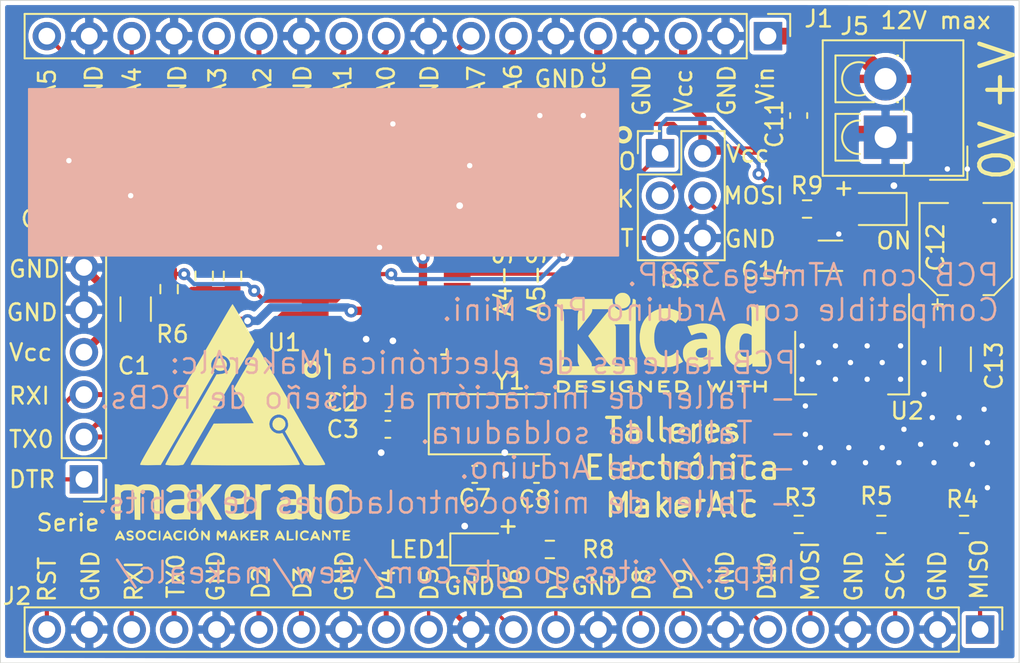
<source format=kicad_pcb>
(kicad_pcb (version 20171130) (host pcbnew "(5.1.7)-1")
  (title_block (title "Taller PCBs de MakerAlc.") (date "Octubre 2020") (rev R1.0) (company MakerAlc) (comment 1 JMN) (comment 2 "PCB compatible con Arduino para el taller de iniciación a los PCBs de MakerAlc."))
  (layers (0 F.Cu signal) (31 B.Cu signal) (34 B.Paste user) (35 F.Paste user) (36 B.SilkS user) (37 F.SilkS user) (38 B.Mask user) (39 F.Mask user) (44 Edge.Cuts user))
  (net 0 "")
  (net 1 GND)
  (net 2 VCC)
  (net 3 AVcc)
  (net 4 "Net-(C6-Pad2)")
  (net 5 "Net-(C7-Pad2)")
  (net 6 "Net-(C8-Pad2)")
  (net 7 DTR)
  (net 8 RST)
  (net 9 Vin)
  (net 10 A4)
  (net 11 A5)
  (net 12 A0)
  (net 13 A1)
  (net 14 A2)
  (net 15 A3)
  (net 16 A6)
  (net 17 A7)
  (net 18 SPI_SCK)
  (net 19 SPI_MISO)
  (net 20 SPI_MOSI)
  (net 21 D10)
  (net 22 D9)
  (net 23 D8)
  (net 24 D7)
  (net 25 D6)
  (net 26 D5)
  (net 27 D4)
  (net 28 D3)
  (net 29 D2)
  (net 30 TX0)
  (net 31 RXI)
  (net 32 MISO)
  (net 33 "Net-(R7-Pad1)")
  (net 34 SCK)
  (net 35 MOSI)
  (net 36 "Net-(LED1-Pad2)")
  (net 37 "Net-(Power1-Pad2)")
  (module Symbol:KiCad-Logo2_5mm_SilkScreen (layer F.Cu) (at 136.6 104.8)
    (fp_text reference REF** hide)
    (fp_text value KiCad-Logo2_5mm_SilkScreen hide)
  )
  (module logo:makeralc_20.3_20.3_mm (layer F.Cu) (at 110.9 110.6)
    (fp_text reference "" hide)
    (fp_text value "" hide)
  )
  (module Capacitor_SMD:C_1206_3216Metric_Pad1.33x1.80mm_HandSolder (layer F.Cu) (at 105.1 102.8 90)
    (fp_text reference C1 (at -3.4 -0.1 180) (layer F.SilkS))
    (fp_text value "10 uF")
    (pad 2 smd roundrect (at 1.5625 0 90) (size 1.325 1.8) (layers F.Cu F.Paste F.Mask) (roundrect_rratio 0.1886784905660377) (net 1 GND))
    (pad 1 smd roundrect (at -1.5625 0 90) (size 1.325 1.8) (layers F.Cu F.Paste F.Mask) (roundrect_rratio 0.1886784905660377) (net 2 VCC))
  )
  (module Capacitor_SMD:C_0603_1608Metric_Pad1.08x0.95mm_HandSolder (layer F.Cu) (at 120.2 108.4 180)
    (fp_text reference C2 (at 2.7 0) (layer F.SilkS))
    (fp_text value "100 nF")
    (pad 1 smd roundrect (at -0.8625 0 180) (size 1.075 0.95) (layers F.Cu F.Paste F.Mask) (net 2 VCC))
    (pad 2 smd roundrect (at 0.8625 0 180) (size 1.075 0.95) (layers F.Cu F.Paste F.Mask) (net 1 GND))
  )
  (module Capacitor_SMD:C_0603_1608Metric_Pad1.08x0.95mm_HandSolder (layer F.Cu) (at 120.2 110 180)
    (fp_text reference C3 (at 2.7 0) (layer F.SilkS))
    (fp_text value "100 nF")
    (pad 2 smd roundrect (at 0.8625 0 180) (size 1.075 0.95) (layers F.Cu F.Paste F.Mask) (net 1 GND))
    (pad 1 smd roundrect (at -0.8625 0 180) (size 1.075 0.95) (layers F.Cu F.Paste F.Mask) (net 2 VCC))
  )
  (module Capacitor_SMD:C_0603_1608Metric_Pad1.08x0.95mm_HandSolder (layer F.Cu) (at 124.6 95.3)
    (fp_text reference C4 (at 2.8 0.1) (layer F.SilkS))
    (fp_text value "100 nF")
    (pad 1 smd roundrect (at -0.8625 0) (size 1.075 0.95) (layers F.Cu F.Paste F.Mask) (net 3 AVcc))
    (pad 2 smd roundrect (at 0.8625 0) (size 1.075 0.95) (layers F.Cu F.Paste F.Mask) (net 1 GND))
  )
  (module Capacitor_SMD:C_1206_3216Metric_Pad1.33x1.80mm_HandSolder (layer F.Cu) (at 128.95 91.2)
    (fp_text reference C5 (at 0.15 1.9) (layer F.SilkS))
    (fp_text value "10 uF")
    (pad 1 smd roundrect (at -1.5625 0) (size 1.325 1.8) (layers F.Cu F.Paste F.Mask) (roundrect_rratio 0.1886784905660377) (net 3 AVcc))
    (pad 2 smd roundrect (at 1.5625 0) (size 1.325 1.8) (layers F.Cu F.Paste F.Mask) (roundrect_rratio 0.1886784905660377) (net 1 GND))
  )
  (module Capacitor_SMD:C_0603_1608Metric_Pad1.08x0.95mm_HandSolder (layer F.Cu) (at 120.5 93.6 270)
    (fp_text reference C6 (at -0.1 1.6 180) (layer F.SilkS))
    (fp_text value "100 nF")
    (pad 2 smd roundrect (at 0.8625 0 270) (size 1.075 0.95) (layers F.Cu F.Paste F.Mask) (net 4 "Net-(C6-Pad2)"))
    (pad 1 smd roundrect (at -0.8625 0 270) (size 1.075 0.95) (layers F.Cu F.Paste F.Mask) (net 1 GND))
  )
  (module Capacitor_SMD:C_0603_1608Metric_Pad1.08x0.95mm_HandSolder (layer F.Cu) (at 125.4 112.7 180)
    (fp_text reference C7 (at 0 -1.43) (layer F.SilkS))
    (fp_text value "16 pF")
    (pad 1 smd roundrect (at -0.8625 0 180) (size 1.075 0.95) (layers F.Cu F.Paste F.Mask) (net 1 GND))
    (pad 2 smd roundrect (at 0.8625 0 180) (size 1.075 0.95) (layers F.Cu F.Paste F.Mask) (net 5 "Net-(C7-Pad2)"))
  )
  (module Capacitor_SMD:C_0603_1608Metric_Pad1.08x0.95mm_HandSolder (layer F.Cu) (at 129.1 112.7)
    (fp_text reference C8 (at -0.1 1.5) (layer F.SilkS))
    (fp_text value "16 pF")
    (pad 2 smd roundrect (at 0.8625 0) (size 1.075 0.95) (layers F.Cu F.Paste F.Mask) (net 6 "Net-(C8-Pad2)"))
    (pad 1 smd roundrect (at -0.8625 0) (size 1.075 0.95) (layers F.Cu F.Paste F.Mask) (net 1 GND))
  )
  (module Capacitor_SMD:C_0603_1608Metric_Pad1.08x0.95mm_HandSolder (layer F.Cu) (at 102 97.3)
    (fp_text reference C9 (at -2.8 0.1) (layer F.SilkS))
    (fp_text value "100 nF")
    (pad 1 smd roundrect (at -0.8625 0) (size 1.075 0.95) (layers F.Cu F.Paste F.Mask) (net 7 DTR))
    (pad 2 smd roundrect (at 0.8625 0) (size 1.075 0.95) (layers F.Cu F.Paste F.Mask) (net 8 RST))
  )
  (module Capacitor_SMD:C_0603_1608Metric_Pad1.08x0.95mm_HandSolder (layer F.Cu) (at 104.8 98.1 270)
    (fp_text reference C10 (at -0.1 -1.4 270) (layer F.SilkS))
    (fp_text value "10 nF")
    (pad 2 smd roundrect (at 0.8625 0 270) (size 1.075 0.95) (layers F.Cu F.Paste F.Mask) (net 8 RST))
    (pad 1 smd roundrect (at -0.8625 0 270) (size 1.075 0.95) (layers F.Cu F.Paste F.Mask) (net 1 GND))
  )
  (module Capacitor_SMD:C_0603_1608Metric_Pad1.08x0.95mm_HandSolder (layer F.Cu) (at 144.8 91.2 270)
    (fp_text reference C11 (at 0.5 1.45 270) (layer F.SilkS))
    (fp_text value "100 nF")
    (pad 1 smd roundrect (at -0.8625 0 270) (size 1.075 0.95) (layers F.Cu F.Paste F.Mask) (net 9 Vin))
    (pad 2 smd roundrect (at 0.8625 0 270) (size 1.075 0.95) (layers F.Cu F.Paste F.Mask) (net 1 GND))
  )
  (module Capacitor_SMD:CP_Elec_5x5.4 (layer F.Cu) (at 154.8 99.2 90)
    (fp_text reference C12 (at 0.1 -1.8 90) (layer F.SilkS))
    (fp_text value DNP)
    (pad 1 smd roundrect (at -2.2 0 90) (size 3 1.6) (layers F.Cu F.Paste F.Mask) (roundrect_rratio 0.15625) (net 9 Vin))
    (pad 2 smd roundrect (at 2.2 0 90) (size 3 1.6) (layers F.Cu F.Paste F.Mask) (roundrect_rratio 0.15625) (net 1 GND))
  )
  (module Capacitor_SMD:C_1206_3216Metric_Pad1.33x1.80mm_HandSolder (layer F.Cu) (at 154.2 105.8 270)
    (fp_text reference C13 (at 0.4 -2.3 90) (layer F.SilkS))
    (fp_text value "10 uF")
    (pad 2 smd roundrect (at 1.5625 0 270) (size 1.325 1.8) (layers F.Cu F.Paste F.Mask) (roundrect_rratio 0.1886784905660377) (net 1 GND))
    (pad 1 smd roundrect (at -1.5625 0 270) (size 1.325 1.8) (layers F.Cu F.Paste F.Mask) (roundrect_rratio 0.1886784905660377) (net 9 Vin))
  )
  (module Capacitor_SMD:C_1206_3216Metric_Pad1.33x1.80mm_HandSolder (layer F.Cu) (at 146.7 99.6)
    (fp_text reference C14 (at -3.9 0.9 180) (layer F.SilkS))
    (fp_text value "10 uF")
    (pad 1 smd roundrect (at -1.5625 0) (size 1.325 1.8) (layers F.Cu F.Paste F.Mask) (roundrect_rratio 0.1886784905660377) (net 2 VCC))
    (pad 2 smd roundrect (at 1.5625 0) (size 1.325 1.8) (layers F.Cu F.Paste F.Mask) (roundrect_rratio 0.1886784905660377) (net 1 GND))
  )
  (module LED_SMD:LED_0805_2012Metric_Pad1.15x1.40mm_HandSolder (layer F.Cu) (at 125.8 117.2)
    (fp_text reference LED1 (at -3.7 0) (layer F.SilkS))
    (fp_text value LED)
    (pad 2 smd roundrect (at 1.025 0) (size 1.15 1.4) (layers F.Cu F.Paste F.Mask) (roundrect_rratio 0.2173904347826087) (net 36 "Net-(LED1-Pad2)"))
    (pad 1 smd roundrect (at -1.025 0) (size 1.15 1.4) (layers F.Cu F.Paste F.Mask) (roundrect_rratio 0.2173904347826087) (net 1 GND))
  )
  (module LED_SMD:LED_0805_2012Metric_Pad1.15x1.40mm_HandSolder (layer F.Cu) (at 149.4 96.8 180)
    (fp_text reference ON (at -1.1 -1.9) (layer F.SilkS))
    (fp_text value LED)
    (pad 1 smd roundrect (at -1.025 0 180) (size 1.15 1.4) (layers F.Cu F.Paste F.Mask) (roundrect_rratio 0.2173904347826087) (net 1 GND))
    (pad 2 smd roundrect (at 1.025 0 180) (size 1.15 1.4) (layers F.Cu F.Paste F.Mask) (roundrect_rratio 0.2173904347826087) (net 37 "Net-(Power1-Pad2)"))
  )
  (module Resistor_SMD:R_0603_1608Metric_Pad0.98x0.95mm_HandSolder (layer F.Cu) (at 124.6 92.8 180)
    (fp_text reference FB1 (at 2.3 0 270) (layer F.SilkS))
    (fp_text value Ferrite_Bead_Small)
    (pad 1 smd roundrect (at -0.9125 0 180) (size 0.975 0.95) (layers F.Cu F.Paste F.Mask) (net 2 VCC))
    (pad 2 smd roundrect (at 0.9125 0 180) (size 0.975 0.95) (layers F.Cu F.Paste F.Mask) (net 3 AVcc))
  )
  (module Connector_PinHeader_2.54mm:PinHeader_1x18_P2.54mm_Vertical (layer F.Cu) (at 142.96 86.44 270)
    (fp_text reference J1 (at -1.04 -3.04 180) (layer F.SilkS))
    (fp_text value Conn_01x18)
    (pad 1 thru_hole rect (at 0 0 270) (size 1.7 1.7) (drill 1) (layers *.Cu *.Mask) (net 9 Vin))
    (pad 2 thru_hole oval (at 0 2.54 270) (size 1.7 1.7) (drill 1) (layers *.Cu *.Mask) (net 1 GND))
    (pad 3 thru_hole oval (at 0 5.08 270) (size 1.7 1.7) (drill 1) (layers *.Cu *.Mask) (net 2 VCC))
    (pad 4 thru_hole oval (at 0 7.62 270) (size 1.7 1.7) (drill 1) (layers *.Cu *.Mask) (net 1 GND))
    (pad 5 thru_hole oval (at 0 10.16 270) (size 1.7 1.7) (drill 1) (layers *.Cu *.Mask) (net 3 AVcc))
    (pad 6 thru_hole oval (at 0 12.7 270) (size 1.7 1.7) (drill 1) (layers *.Cu *.Mask) (net 1 GND))
    (pad 7 thru_hole oval (at 0 15.24 270) (size 1.7 1.7) (drill 1) (layers *.Cu *.Mask) (net 16 A6))
    (pad 8 thru_hole oval (at 0 17.78 270) (size 1.7 1.7) (drill 1) (layers *.Cu *.Mask) (net 17 A7))
    (pad 9 thru_hole oval (at 0 20.32 270) (size 1.7 1.7) (drill 1) (layers *.Cu *.Mask) (net 1 GND))
    (pad 10 thru_hole oval (at 0 22.86 270) (size 1.7 1.7) (drill 1) (layers *.Cu *.Mask) (net 12 A0))
    (pad 11 thru_hole oval (at 0 25.4 270) (size 1.7 1.7) (drill 1) (layers *.Cu *.Mask) (net 13 A1))
    (pad 12 thru_hole oval (at 0 27.94 270) (size 1.7 1.7) (drill 1) (layers *.Cu *.Mask) (net 1 GND))
    (pad 13 thru_hole oval (at 0 30.48 270) (size 1.7 1.7) (drill 1) (layers *.Cu *.Mask) (net 14 A2))
    (pad 14 thru_hole oval (at 0 33.02 270) (size 1.7 1.7) (drill 1) (layers *.Cu *.Mask) (net 15 A3))
    (pad 15 thru_hole oval (at 0 35.56 270) (size 1.7 1.7) (drill 1) (layers *.Cu *.Mask) (net 1 GND))
    (pad 16 thru_hole oval (at 0 38.1 270) (size 1.7 1.7) (drill 1) (layers *.Cu *.Mask) (net 10 A4))
    (pad 17 thru_hole oval (at 0 40.64 270) (size 1.7 1.7) (drill 1) (layers *.Cu *.Mask) (net 1 GND))
    (pad 18 thru_hole oval (at 0 43.18 270) (size 1.7 1.7) (drill 1) (layers *.Cu *.Mask) (net 11 A5))
  )
  (module Connector_PinHeader_2.54mm:PinHeader_1x23_P2.54mm_Vertical (layer F.Cu) (at 155.66 122 270)
    (fp_text reference J2 (at -2 57.66) (layer F.SilkS))
    (fp_text value Conn_01x23)
    (pad 1 thru_hole rect (at 0 0 270) (size 1.7 1.7) (drill 1) (layers *.Cu *.Mask) (net 19 SPI_MISO))
    (pad 2 thru_hole oval (at 0 2.54 270) (size 1.7 1.7) (drill 1) (layers *.Cu *.Mask) (net 1 GND))
    (pad 3 thru_hole oval (at 0 5.08 270) (size 1.7 1.7) (drill 1) (layers *.Cu *.Mask) (net 18 SPI_SCK))
    (pad 4 thru_hole oval (at 0 7.62 270) (size 1.7 1.7) (drill 1) (layers *.Cu *.Mask) (net 1 GND))
    (pad 5 thru_hole oval (at 0 10.16 270) (size 1.7 1.7) (drill 1) (layers *.Cu *.Mask) (net 20 SPI_MOSI))
    (pad 6 thru_hole oval (at 0 12.7 270) (size 1.7 1.7) (drill 1) (layers *.Cu *.Mask) (net 21 D10))
    (pad 7 thru_hole oval (at 0 15.24 270) (size 1.7 1.7) (drill 1) (layers *.Cu *.Mask) (net 1 GND))
    (pad 8 thru_hole oval (at 0 17.78 270) (size 1.7 1.7) (drill 1) (layers *.Cu *.Mask) (net 22 D9))
    (pad 9 thru_hole oval (at 0 20.32 270) (size 1.7 1.7) (drill 1) (layers *.Cu *.Mask) (net 23 D8))
    (pad 10 thru_hole oval (at 0 22.86 270) (size 1.7 1.7) (drill 1) (layers *.Cu *.Mask) (net 1 GND))
    (pad 11 thru_hole oval (at 0 25.4 270) (size 1.7 1.7) (drill 1) (layers *.Cu *.Mask) (net 24 D7))
    (pad 12 thru_hole oval (at 0 27.94 270) (size 1.7 1.7) (drill 1) (layers *.Cu *.Mask) (net 25 D6))
    (pad 13 thru_hole oval (at 0 30.48 270) (size 1.7 1.7) (drill 1) (layers *.Cu *.Mask) (net 1 GND))
    (pad 14 thru_hole oval (at 0 33.02 270) (size 1.7 1.7) (drill 1) (layers *.Cu *.Mask) (net 26 D5))
    (pad 15 thru_hole oval (at 0 35.56 270) (size 1.7 1.7) (drill 1) (layers *.Cu *.Mask) (net 27 D4))
    (pad 16 thru_hole oval (at 0 38.1 270) (size 1.7 1.7) (drill 1) (layers *.Cu *.Mask) (net 1 GND))
    (pad 17 thru_hole oval (at 0 40.64 270) (size 1.7 1.7) (drill 1) (layers *.Cu *.Mask) (net 28 D3))
    (pad 18 thru_hole oval (at 0 43.18 270) (size 1.7 1.7) (drill 1) (layers *.Cu *.Mask) (net 29 D2))
    (pad 19 thru_hole oval (at 0 45.72 270) (size 1.7 1.7) (drill 1) (layers *.Cu *.Mask) (net 1 GND))
    (pad 20 thru_hole oval (at 0 48.26 270) (size 1.7 1.7) (drill 1) (layers *.Cu *.Mask) (net 30 TX0))
    (pad 21 thru_hole oval (at 0 50.8 270) (size 1.7 1.7) (drill 1) (layers *.Cu *.Mask) (net 31 RXI))
    (pad 22 thru_hole oval (at 0 53.34 270) (size 1.7 1.7) (drill 1) (layers *.Cu *.Mask) (net 1 GND))
    (pad 23 thru_hole oval (at 0 55.88 270) (size 1.7 1.7) (drill 1) (layers *.Cu *.Mask) (net 8 RST))
  )
  (module Connector_PinHeader_2.54mm:PinHeader_2x03_P2.54mm_Vertical (layer F.Cu) (at 136.5 93.46)
    (fp_text reference ISP (at 1.2 7.54) (layer F.SilkS))
    (fp_text value AVR-ISP-6)
    (pad 1 thru_hole rect (at 0 0) (size 1.7 1.7) (drill 1) (layers *.Cu *.Mask) (net 32 MISO))
    (pad 2 thru_hole oval (at 2.54 0) (size 1.7 1.7) (drill 1) (layers *.Cu *.Mask) (net 2 VCC))
    (pad 3 thru_hole oval (at 0 2.54) (size 1.7 1.7) (drill 1) (layers *.Cu *.Mask) (net 34 SCK))
    (pad 4 thru_hole oval (at 2.54 2.54) (size 1.7 1.7) (drill 1) (layers *.Cu *.Mask) (net 35 MOSI))
    (pad 5 thru_hole oval (at 0 5.08) (size 1.7 1.7) (drill 1) (layers *.Cu *.Mask) (net 8 RST))
    (pad 6 thru_hole oval (at 2.54 5.08) (size 1.7 1.7) (drill 1) (layers *.Cu *.Mask) (net 1 GND))
  )
  (module Connector_PinHeader_2.54mm:PinHeader_1x06_P2.54mm_Vertical (layer F.Cu) (at 102 113 180)
    (fp_text reference Serie (at 0.95 -2.6) (layer F.SilkS))
    (fp_text value "FTDI Basic")
    (pad 1 thru_hole rect (at 0 0 180) (size 1.7 1.7) (drill 1) (layers *.Cu *.Mask) (net 7 DTR))
    (pad 2 thru_hole oval (at 0 2.54 180) (size 1.7 1.7) (drill 1) (layers *.Cu *.Mask) (net 30 TX0))
    (pad 3 thru_hole oval (at 0 5.08 180) (size 1.7 1.7) (drill 1) (layers *.Cu *.Mask) (net 31 RXI))
    (pad 4 thru_hole oval (at 0 7.62 180) (size 1.7 1.7) (drill 1) (layers *.Cu *.Mask) (net 2 VCC))
    (pad 5 thru_hole oval (at 0 10.16 180) (size 1.7 1.7) (drill 1) (layers *.Cu *.Mask) (net 1 GND))
    (pad 6 thru_hole oval (at 0 12.7 180) (size 1.7 1.7) (drill 1) (layers *.Cu *.Mask) (net 1 GND))
  )
  (module TerminalBlock_4Ucon:TerminalBlock_4Ucon_1x02_P3.50mm_Vertical (layer F.Cu) (at 150 92.5 90)
    (fp_text reference J5 (at 6.65 -1.85 180) (layer F.SilkS))
    (fp_text value Screw_Terminal_01x02)
    (pad 1 thru_hole rect (at 0 0 90) (size 2.6 2.6) (drill 1.3) (layers *.Cu *.Mask) (net 1 GND))
    (pad 2 thru_hole circle (at 3.5 0 90) (size 2.6 2.6) (drill 1.3) (layers *.Cu *.Mask) (net 9 Vin))
  )
  (module Resistor_SMD:R_0603_1608Metric_Pad0.98x0.95mm_HandSolder (layer F.Cu) (at 110.9 100.8 270)
    (fp_text reference R1 (at -2.4 -0.15 180) (layer F.SilkS))
    (fp_text value 4k7)
    (pad 1 smd roundrect (at -0.9125 0 270) (size 0.975 0.95) (layers F.Cu F.Paste F.Mask) (net 10 A4))
    (pad 2 smd roundrect (at 0.9125 0 270) (size 0.975 0.95) (layers F.Cu F.Paste F.Mask) (net 2 VCC))
  )
  (module Resistor_SMD:R_0603_1608Metric_Pad0.98x0.95mm_HandSolder (layer F.Cu) (at 109.2 100.8 270)
    (fp_text reference R2 (at -2.4 -0.05 180) (layer F.SilkS))
    (fp_text value 4k7)
    (pad 2 smd roundrect (at 0.9125 0 270) (size 0.975 0.95) (layers F.Cu F.Paste F.Mask) (net 2 VCC))
    (pad 1 smd roundrect (at -0.9125 0 270) (size 0.975 0.95) (layers F.Cu F.Paste F.Mask) (net 11 A5))
  )
  (module Resistor_SMD:R_0603_1608Metric_Pad0.98x0.95mm_HandSolder (layer F.Cu) (at 144.8 115.7)
    (fp_text reference R3 (at 0.1 -1.6) (layer F.SilkS))
    (fp_text value 1k)
    (pad 1 smd roundrect (at -0.9125 0) (size 0.975 0.95) (layers F.Cu F.Paste F.Mask) (net 35 MOSI))
    (pad 2 smd roundrect (at 0.9125 0) (size 0.975 0.95) (layers F.Cu F.Paste F.Mask) (net 20 SPI_MOSI))
  )
  (module Resistor_SMD:R_0603_1608Metric_Pad0.98x0.95mm_HandSolder (layer F.Cu) (at 154.7 115.7)
    (fp_text reference R4 (at -0.1 -1.5) (layer F.SilkS))
    (fp_text value 1k)
    (pad 2 smd roundrect (at 0.9125 0) (size 0.975 0.95) (layers F.Cu F.Paste F.Mask) (net 19 SPI_MISO))
    (pad 1 smd roundrect (at -0.9125 0) (size 0.975 0.95) (layers F.Cu F.Paste F.Mask) (net 32 MISO))
  )
  (module Resistor_SMD:R_0603_1608Metric_Pad0.98x0.95mm_HandSolder (layer F.Cu) (at 149.75 115.7)
    (fp_text reference R5 (at -0.3 -1.7) (layer F.SilkS))
    (fp_text value 1k)
    (pad 1 smd roundrect (at -0.9125 0) (size 0.975 0.95) (layers F.Cu F.Paste F.Mask) (net 34 SCK))
    (pad 2 smd roundrect (at 0.9125 0) (size 0.975 0.95) (layers F.Cu F.Paste F.Mask) (net 18 SPI_SCK))
  )
  (module Resistor_SMD:R_0603_1608Metric_Pad0.98x0.95mm_HandSolder (layer F.Cu) (at 107.1 101.6 270)
    (fp_text reference R6 (at 2.7 -0.2 180) (layer F.SilkS))
    (fp_text value 10k)
    (pad 2 smd roundrect (at 0.9125 0 270) (size 0.975 0.95) (layers F.Cu F.Paste F.Mask) (net 2 VCC))
    (pad 1 smd roundrect (at -0.9125 0 270) (size 0.975 0.95) (layers F.Cu F.Paste F.Mask) (net 8 RST))
  )
  (module Resistor_SMD:R_0603_1608Metric_Pad0.98x0.95mm_HandSolder (layer F.Cu) (at 107.6 98 270)
    (fp_text reference R7 (at -2.3 -0.15 180) (layer F.SilkS))
    (fp_text value 100)
    (pad 2 smd roundrect (at 0.9125 0 270) (size 0.975 0.95) (layers F.Cu F.Paste F.Mask) (net 8 RST))
    (pad 1 smd roundrect (at -0.9125 0 270) (size 0.975 0.95) (layers F.Cu F.Paste F.Mask) (net 33 "Net-(R7-Pad1)"))
  )
  (module Resistor_SMD:R_0603_1608Metric_Pad0.98x0.95mm_HandSolder (layer F.Cu) (at 129.9 117.2)
    (fp_text reference R8 (at 2.9 0) (layer F.SilkS))
    (fp_text value 1k)
    (pad 2 smd roundrect (at 0.9125 0) (size 0.975 0.95) (layers F.Cu F.Paste F.Mask) (net 24 D7))
    (pad 1 smd roundrect (at -0.9125 0) (size 0.975 0.95) (layers F.Cu F.Paste F.Mask) (net 36 "Net-(LED1-Pad2)"))
  )
  (module Resistor_SMD:R_0603_1608Metric_Pad0.98x0.95mm_HandSolder (layer F.Cu) (at 145.3 96.8 180)
    (fp_text reference R9 (at 0 1.4) (layer F.SilkS))
    (fp_text value 1k)
    (pad 1 smd roundrect (at -0.9125 0 180) (size 0.975 0.95) (layers F.Cu F.Paste F.Mask) (net 37 "Net-(Power1-Pad2)"))
    (pad 2 smd roundrect (at 0.9125 0 180) (size 0.975 0.95) (layers F.Cu F.Paste F.Mask) (net 2 VCC))
  )
  (module Button_Switch_SMD:SW_SPST_EVQPE1 (layer F.Cu) (at 102 93.9 180)
    (fp_text reference Reset (at -5.4 1.8) (layer F.SilkS))
    (fp_text value SW_Push)
    (pad 2 smd rect (at 2.7 0 180) (size 2 1.6) (layers F.Cu F.Paste F.Mask) (net 1 GND))
    (pad 1 smd rect (at -2.7 0 180) (size 2 1.6) (layers F.Cu F.Paste F.Mask) (net 33 "Net-(R7-Pad1)"))
  )
  (module Package_QFP:TQFP-32_7x7mm_P0.8mm (layer F.Cu) (at 120.1 101.9 90)
    (fp_text reference U1 (at -2.9 -6.1 180) (layer F.SilkS))
    (fp_text value ATmega328P-AU hide)
    (pad 1 smd rect (at -4.25 -2.8 90) (size 1.6 0.55) (layers F.Cu F.Paste F.Mask) (net 28 D3))
    (pad 2 smd rect (at -4.25 -2 90) (size 1.6 0.55) (layers F.Cu F.Paste F.Mask) (net 27 D4))
    (pad 3 smd rect (at -4.25 -1.2 90) (size 1.6 0.55) (layers F.Cu F.Paste F.Mask) (net 1 GND))
    (pad 4 smd rect (at -4.25 -0.4 90) (size 1.6 0.55) (layers F.Cu F.Paste F.Mask) (net 2 VCC))
    (pad 5 smd rect (at -4.25 0.4 90) (size 1.6 0.55) (layers F.Cu F.Paste F.Mask) (net 1 GND))
    (pad 6 smd rect (at -4.25 1.2 90) (size 1.6 0.55) (layers F.Cu F.Paste F.Mask) (net 2 VCC))
    (pad 7 smd rect (at -4.25 2 90) (size 1.6 0.55) (layers F.Cu F.Paste F.Mask) (net 5 "Net-(C7-Pad2)"))
    (pad 8 smd rect (at -4.25 2.8 90) (size 1.6 0.55) (layers F.Cu F.Paste F.Mask) (net 6 "Net-(C8-Pad2)"))
    (pad 9 smd rect (at -2.8 4.25 180) (size 1.6 0.55) (layers F.Cu F.Paste F.Mask) (net 26 D5))
    (pad 10 smd rect (at -2 4.25 180) (size 1.6 0.55) (layers F.Cu F.Paste F.Mask) (net 25 D6))
    (pad 11 smd rect (at -1.2 4.25 180) (size 1.6 0.55) (layers F.Cu F.Paste F.Mask) (net 24 D7))
    (pad 12 smd rect (at -0.4 4.25 180) (size 1.6 0.55) (layers F.Cu F.Paste F.Mask) (net 23 D8))
    (pad 13 smd rect (at 0.4 4.25 180) (size 1.6 0.55) (layers F.Cu F.Paste F.Mask) (net 22 D9))
    (pad 14 smd rect (at 1.2 4.25 180) (size 1.6 0.55) (layers F.Cu F.Paste F.Mask) (net 21 D10))
    (pad 15 smd rect (at 2 4.25 180) (size 1.6 0.55) (layers F.Cu F.Paste F.Mask) (net 35 MOSI))
    (pad 16 smd rect (at 2.8 4.25 180) (size 1.6 0.55) (layers F.Cu F.Paste F.Mask) (net 32 MISO))
    (pad 17 smd rect (at 4.25 2.8 90) (size 1.6 0.55) (layers F.Cu F.Paste F.Mask) (net 34 SCK))
    (pad 18 smd rect (at 4.25 2 90) (size 1.6 0.55) (layers F.Cu F.Paste F.Mask) (net 3 AVcc))
    (pad 19 smd rect (at 4.25 1.2 90) (size 1.6 0.55) (layers F.Cu F.Paste F.Mask) (net 16 A6))
    (pad 20 smd rect (at 4.25 0.4 90) (size 1.6 0.55) (layers F.Cu F.Paste F.Mask) (net 4 "Net-(C6-Pad2)"))
    (pad 21 smd rect (at 4.25 -0.4 90) (size 1.6 0.55) (layers F.Cu F.Paste F.Mask) (net 1 GND))
    (pad 22 smd rect (at 4.25 -1.2 90) (size 1.6 0.55) (layers F.Cu F.Paste F.Mask) (net 17 A7))
    (pad 23 smd rect (at 4.25 -2 90) (size 1.6 0.55) (layers F.Cu F.Paste F.Mask) (net 12 A0))
    (pad 24 smd rect (at 4.25 -2.8 90) (size 1.6 0.55) (layers F.Cu F.Paste F.Mask) (net 13 A1))
    (pad 25 smd rect (at 2.8 -4.25 180) (size 1.6 0.55) (layers F.Cu F.Paste F.Mask) (net 14 A2))
    (pad 26 smd rect (at 2 -4.25 180) (size 1.6 0.55) (layers F.Cu F.Paste F.Mask) (net 15 A3))
    (pad 27 smd rect (at 1.2 -4.25 180) (size 1.6 0.55) (layers F.Cu F.Paste F.Mask) (net 10 A4))
    (pad 28 smd rect (at 0.4 -4.25 180) (size 1.6 0.55) (layers F.Cu F.Paste F.Mask) (net 11 A5))
    (pad 29 smd rect (at -0.4 -4.25 180) (size 1.6 0.55) (layers F.Cu F.Paste F.Mask) (net 8 RST))
    (pad 30 smd rect (at -1.2 -4.25 180) (size 1.6 0.55) (layers F.Cu F.Paste F.Mask) (net 31 RXI))
    (pad 31 smd rect (at -2 -4.25 180) (size 1.6 0.55) (layers F.Cu F.Paste F.Mask) (net 30 TX0))
    (pad 32 smd rect (at -2.8 -4.25 180) (size 1.6 0.55) (layers F.Cu F.Paste F.Mask) (net 29 D2))
  )
  (module Package_TO_SOT_SMD:SOT-223-3_TabPin2 (layer F.Cu) (at 148 106 270)
    (fp_text reference U2 (at 2.9 -3.3 180) (layer F.SilkS))
    (fp_text value MIC5239)
    (pad 2 smd rect (at 3.15 0 270) (size 2 3.8) (layers F.Cu F.Paste F.Mask) (net 1 GND))
    (pad 2 smd rect (at -3.15 0 270) (size 2 1.5) (layers F.Cu F.Paste F.Mask) (net 1 GND))
    (pad 3 smd rect (at -3.15 2.3 270) (size 2 1.5) (layers F.Cu F.Paste F.Mask) (net 2 VCC))
    (pad 1 smd rect (at -3.15 -2.3 270) (size 2 1.5) (layers F.Cu F.Paste F.Mask) (net 9 Vin))
  )
  (module Crystal:Crystal_SMD_5032-2Pin_5.0x3.2mm_HandSoldering (layer F.Cu) (at 127.2 109.7)
    (fp_text reference Y1 (at 0.3 -2.6) (layer F.SilkS))
    (fp_text value "8 MHz")
    (pad 1 smd rect (at -2.6 0) (size 3.5 2.4) (layers F.Cu F.Paste F.Mask) (net 5 "Net-(C7-Pad2)"))
    (pad 2 smd rect (at 2.6 0) (size 3.5 2.4) (layers F.Cu F.Paste F.Mask) (net 6 "Net-(C8-Pad2)"))
  )
  (gr_text "PCB con ATmega328P. \nCompatible con Arduino Pro Mini." (at 156.9 101.8) (layer B.SilkS) (effects (font (size 1.3 1.3)) (justify left mirror)))
  (gr_text A4-SDA (at 127.1 100.3 90) (layer F.SilkS) (effects (font (size 1 1))))
  (gr_text A5-SCL (at 129.1 100.3 90) (layer F.SilkS) (effects (font (size 1 1))))
  (gr_poly (pts (xy 113.1 96.5) (xy 110.6 96.5) (xy 110.6 94.1) (xy 113.1 94.1)) (layer F.SilkS) (width 0.1))
  (gr_poly (pts (xy 113.1 93.5) (xy 110.6 93.5) (xy 110.6 91.1) (xy 113.1 91.1)) (layer F.SilkS) (width 0.1))
  (gr_text 5V (at 114.8 92.4) (layer F.SilkS) (effects (font (size 1.5 1.5) (thickness 0.2))))
  (gr_text 3V3 (at 115.6 95.3) (layer F.SilkS) (effects (font (size 1.5 1.5) (thickness 0.2))))
  (gr_poly (pts (xy 134 99.6) (xy 98.7 99.6) (xy 98.7 89.6) (xy 134 89.6)) (layer B.SilkS) (width 0.1))
  (gr_text "Talleres \nElectrónica\nMakerAlc" (at 137.8 112.3) (layer F.SilkS) (effects (font (size 1.4 1.4) (thickness 0.2))))
  (gr_text + (at 127.4 115.75) (layer F.SilkS) (effects (font (size 1 1))))
  (gr_text + (at 147.5 95.5) (layer F.SilkS) (effects (font (size 1 1))))
  (gr_circle (center 134.3 92.35) (end 134.7 92.35) (layer F.SilkS) (width 0.25))
  (gr_circle (center 115.65 106.4) (end 116.05 106.4) (layer F.SilkS) (width 0.25))
  (gr_text "PCB talleres de electrónica MakerAlc:\n- Taller de iniciación al diseño de PCBs.\n- Taller de soldadura.\n- Taller de Arduino.\n- Taller de microcontroladores de 8 bits.\n\nhttps://sites.google.com/view/makealc/" (at 144.75 112.3) (layer B.SilkS) (effects (font (size 1.3 1.3)) (justify left mirror)))
  (gr_text RST (at 133.55 98.55) (layer F.SilkS) (effects (font (size 1 1))))
  (gr_text SCK (at 133.45 96.2) (layer F.SilkS) (effects (font (size 1 1))))
  (gr_text MISO (at 133.25 93.95) (layer F.SilkS) (effects (font (size 1 1))))
  (gr_text Vcc (at 141.75 93.5) (layer F.SilkS) (effects (font (size 1 1))))
  (gr_text MOSI (at 142.1 96) (layer F.SilkS) (effects (font (size 1 1))))
  (gr_text GND (at 141.9 98.6) (layer F.SilkS) (effects (font (size 1 1))))
  (gr_text Vin (at 142.8 89.4 90) (layer F.SilkS) (effects (font (size 1 1))))
  (gr_text Vcc (at 137.9 89.7 90) (layer F.SilkS) (effects (font (size 1 1))))
  (gr_text AVcc (at 132.7 89.6 90) (layer F.SilkS) (effects (font (size 1 1))))
  (gr_text A6 (at 127.7 89 90) (layer F.SilkS) (effects (font (size 1 1))))
  (gr_text A7 (at 125.5 89.1 90) (layer F.SilkS) (effects (font (size 1 1))))
  (gr_text "A0\n" (at 120.1 89.1 90) (layer F.SilkS) (effects (font (size 1 1))))
  (gr_text "A1\n" (at 117.5 89.1 90) (layer F.SilkS) (effects (font (size 1 1))))
  (gr_text A2 (at 112.7 89.2 90) (layer F.SilkS) (effects (font (size 1 1))))
  (gr_text A3 (at 110 89.2 90) (layer F.SilkS) (effects (font (size 1 1))))
  (gr_text A4 (at 104.9 89.2 90) (layer F.SilkS) (effects (font (size 1 1))))
  (gr_text GND (at 140.5 89.7 90) (layer F.SilkS) (effects (font (size 1 1))))
  (gr_text GND (at 135.4 89.7 90) (layer F.SilkS) (effects (font (size 1 1))))
  (gr_text GND (at 130.5 89) (layer F.SilkS) (effects (font (size 1 1))))
  (gr_text GND (at 122.7 89.7 90) (layer F.SilkS) (effects (font (size 1 1))))
  (gr_text GND (at 115.1 89.7 90) (layer F.SilkS) (effects (font (size 1 1))))
  (gr_text GND (at 107.6 89.7 90) (layer F.SilkS) (effects (font (size 1 1))))
  (gr_text GND (at 102.6 89.7 90) (layer F.SilkS) (effects (font (size 1 1))))
  (gr_text A5 (at 99.8 89.3 90) (layer F.SilkS) (effects (font (size 1 1))))
  (gr_text GND (at 153.1 118.8 90) (layer F.SilkS) (effects (font (size 1 1))))
  (gr_text GND (at 148.1 118.8 90) (layer F.SilkS) (effects (font (size 1 1))))
  (gr_text GND (at 140.4 118.8 90) (layer F.SilkS) (effects (font (size 1 1))))
  (gr_text GND (at 132.7 119.4) (layer F.SilkS) (effects (font (size 1 1))))
  (gr_text GND (at 125.1 119.4) (layer F.SilkS) (effects (font (size 1 1))))
  (gr_text MISO (at 155.6 118.4 90) (layer F.SilkS) (effects (font (size 1 1))))
  (gr_text SCK (at 150.6 118.8 90) (layer F.SilkS) (effects (font (size 1 1))))
  (gr_text MOSI (at 145.5 118.5 90) (layer F.SilkS) (effects (font (size 1 1))))
  (gr_text "D10\n" (at 142.9 118.8 90) (layer F.SilkS) (effects (font (size 1 1))))
  (gr_text D9 (at 137.9 119.3 90) (layer F.SilkS) (effects (font (size 1 1))))
  (gr_text D8 (at 135.4 119.3 90) (layer F.SilkS) (effects (font (size 1 1))))
  (gr_text D7 (at 130.3 119.3 90) (layer F.SilkS) (effects (font (size 1 1))))
  (gr_text D6 (at 127.7 119.3 90) (layer F.SilkS) (effects (font (size 1 1))))
  (gr_text D5 (at 122.7 119.3 90) (layer F.SilkS) (effects (font (size 1 1))))
  (gr_text "D4\n" (at 120.1 119.3 90) (layer F.SilkS) (effects (font (size 1 1))))
  (gr_text GND (at 117.6 118.8 90) (layer F.SilkS) (effects (font (size 1 1))))
  (gr_text D2 (at 112.6 119.2 90) (layer F.SilkS) (effects (font (size 1 1))))
  (gr_text D3 (at 115.1 119.2 90) (layer F.SilkS) (effects (font (size 1 1))))
  (gr_text GND (at 109.9 118.8 90) (layer F.SilkS) (effects (font (size 1 1))))
  (gr_text TX0 (at 107.5 118.8 90) (layer F.SilkS) (effects (font (size 1 1))))
  (gr_text "12V max" (at 153 85.5) (layer F.SilkS) (effects (font (size 1 1))))
  (gr_text GND (at 99.042857 100.4) (layer F.SilkS) (effects (font (size 1 1))))
  (gr_text GND (at 98.9 103) (layer F.SilkS) (effects (font (size 1 1))))
  (gr_text "Vcc\n\n" (at 98.804762 106.2) (layer F.SilkS) (effects (font (size 1 1))))
  (gr_text "RXI\n" (at 98.733333 108) (layer F.SilkS) (effects (font (size 1 1))))
  (gr_text TX0 (at 98.852381 110.6) (layer F.SilkS) (effects (font (size 1 1))))
  (gr_text "DTR\n" (at 98.9 113) (layer F.SilkS) (effects (font (size 1 1))))
  (gr_text "RXI\n" (at 105 119.1 90) (layer F.SilkS) (effects (font (size 1 1))))
  (gr_text GND (at 102.4 118.8 90) (layer F.SilkS) (effects (font (size 1 1))))
  (gr_text "RST\n" (at 99.8 119 90) (layer F.SilkS) (effects (font (size 1 1))))
  (gr_text 0V (at 156.7 93.3 90) (layer F.SilkS) (effects (font (size 2 2) (thickness 0.25))))
  (gr_text +V (at 156.7 88.8 90) (layer F.SilkS) (effects (font (size 2 2) (thickness 0.25))))
  (gr_line (start 97 84.6) (end 97 84.3) (layer Edge.Cuts) (width 0.05))
  (gr_line (start 158 84.6) (end 158 84.3) (layer Edge.Cuts) (width 0.05))
  (gr_line (start 158 84.3) (end 97 84.3) (layer Edge.Cuts) (width 0.05))
  (gr_line (start 158 124) (end 158 84.6) (layer Edge.Cuts) (width 0.05))
  (gr_line (start 97 124) (end 158 124) (layer Edge.Cuts) (width 0.05))
  (gr_line (start 97 123.9) (end 97 124) (layer Edge.Cuts) (width 0.05))
  (gr_line (start 97 84.6) (end 97 123.9) (layer Edge.Cuts) (width 0.05))
  (segment (start 127.2 112.7) (end 127.2 111.7) (width 0.3) (layer F.Cu) (net 1))
  (segment (start 126.2625 112.7) (end 127.2 112.7) (width 0.3) (layer F.Cu) (net 1))
  (segment (start 127.2 112.7) (end 128.2375 112.7) (width 0.3) (layer F.Cu) (net 1))
  (via (at 127.2 111.4) (size 0.8) (drill 0.4) (layers F.Cu B.Cu) (net 1))
  (segment (start 127.2 111.7) (end 127.2 111.4) (width 0.3) (layer F.Cu) (net 1))
  (segment (start 127.2 111.4) (end 127.2 110.9) (width 0.3) (layer B.Cu) (net 1))
  (segment (start 119.3375 110) (end 119.3375 108.4) (width 0.5) (layer F.Cu) (net 1))
  (segment (start 119.3375 110) (end 119.3375 110.5375) (width 0.5) (layer F.Cu) (net 1))
  (segment (start 119.3375 110.5375) (end 119.8 111) (width 0.5) (layer F.Cu) (net 1))
  (via (at 119.8 111.4) (size 0.8) (drill 0.4) (layers F.Cu B.Cu) (net 1))
  (segment (start 119.8 111) (end 119.8 111.4) (width 0.5) (layer F.Cu) (net 1))
  (segment (start 119.8 111.4) (end 119.8 112.1) (width 0.5) (layer B.Cu) (net 1))
  (segment (start 118.9 106.15) (end 118.9 105.6) (width 0.5) (layer F.Cu) (net 1))
  (via (at 118.9 104.6) (size 0.8) (drill 0.4) (layers F.Cu B.Cu) (net 1))
  (segment (start 118.9 105.4) (end 118.9 104.6) (width 0.5) (layer F.Cu) (net 1))
  (segment (start 118.9 104.6) (end 118.9 104.1) (width 0.5) (layer B.Cu) (net 1))
  (segment (start 120.5 106.15) (end 120.5 104.7) (width 0.5) (layer F.Cu) (net 1))
  (via (at 120.5 104.7) (size 0.8) (drill 0.4) (layers F.Cu B.Cu) (net 1))
  (segment (start 120.5 104.7) (end 120.5 104.1) (width 0.5) (layer B.Cu) (net 1))
  (segment (start 119.3375 108.4) (end 119.3 108.4) (width 0.5) (layer F.Cu) (net 1))
  (segment (start 118.9 108) (end 118.9 106.15) (width 0.5) (layer F.Cu) (net 1))
  (segment (start 119.3 108.4) (end 118.9 108) (width 0.5) (layer F.Cu) (net 1))
  (via (at 104.8 96) (size 0.727) (drill 0.32) (layers F.Cu B.Cu) (net 1))
  (via (at 101.1 93.9) (size 0.727) (drill 0.32) (layers F.Cu B.Cu) (net 1))
  (segment (start 102.9375 101.2375) (end 102 100.3) (width 0.5) (layer F.Cu) (net 1))
  (segment (start 104.9 101.2375) (end 102.9375 101.2375) (width 0.5) (layer F.Cu) (net 1))
  (via (at 119.7 99.1) (size 0.727) (drill 0.32) (layers F.Cu B.Cu) (net 1))
  (segment (start 119.7 97.65) (end 119.7 99.1) (width 0.3) (layer F.Cu) (net 1))
  (segment (start 119.7 99.1) (end 119.7 99.7) (width 0.3) (layer B.Cu) (net 1))
  (segment (start 119.7 99.7) (end 119.7 99.9) (width 0.3) (layer B.Cu) (net 1))
  (segment (start 125.18 122) (end 124.2 121.02) (width 0.3) (layer F.Cu) (net 1))
  (segment (start 124.2 121.02) (end 124.2 119.4) (width 0.3) (layer F.Cu) (net 1))
  (segment (start 124.775 118.825) (end 124.775 117.2) (width 0.3) (layer F.Cu) (net 1))
  (segment (start 124.2 119.4) (end 124.775 118.825) (width 0.3) (layer F.Cu) (net 1))
  (segment (start 148 102.85) (end 148 101.5) (width 0.5) (layer F.Cu) (net 1))
  (segment (start 148.2625 101.2375) (end 148.2625 99.6) (width 0.5) (layer F.Cu) (net 1))
  (segment (start 148 101.5) (end 148.2625 101.2375) (width 0.5) (layer F.Cu) (net 1))
  (segment (start 149.5625 92.0625) (end 150 92.5) (width 0.5) (layer F.Cu) (net 1))
  (segment (start 144.8 92.0625) (end 149.5625 92.0625) (width 0.5) (layer F.Cu) (net 1))
  (segment (start 124.775 115.825) (end 124.8 115.8) (width 0.3) (layer F.Cu) (net 1))
  (via (at 124.8 115.8) (size 0.8) (drill 0.4) (layers F.Cu B.Cu) (net 1))
  (segment (start 124.775 117.2) (end 124.775 115.825) (width 0.3) (layer F.Cu) (net 1))
  (segment (start 124.8 115.8) (end 124.8 115) (width 0.3) (layer B.Cu) (net 1))
  (via (at 150.5 95.4) (size 0.8) (drill 0.4) (layers F.Cu B.Cu) (net 1))
  (segment (start 150.425 95.475) (end 150.5 95.4) (width 0.3) (layer F.Cu) (net 1))
  (segment (start 150.425 96.8) (end 150.425 95.475) (width 0.3) (layer F.Cu) (net 1))
  (segment (start 150.5 95.4) (end 150.5 94.5) (width 0.3) (layer B.Cu) (net 1))
  (via (at 155.9 108.8) (size 0.727) (drill 0.32) (layers F.Cu B.Cu) (net 1))
  (via (at 147.2 98.3) (size 0.727) (drill 0.32) (layers F.Cu B.Cu) (net 1))
  (segment (start 148.2625 99.3625) (end 147.2 98.3) (width 0.3) (layer F.Cu) (net 1))
  (segment (start 148.2625 99.6) (end 148.2625 99.3625) (width 0.3) (layer F.Cu) (net 1))
  (segment (start 147.2 98.3) (end 146.5 98.3) (width 0.3) (layer B.Cu) (net 1))
  (via (at 154.4 109.3) (size 0.727) (drill 0.32) (layers F.Cu B.Cu) (net 1))
  (via (at 125.1 94.2) (size 0.727) (drill 0.32) (layers F.Cu B.Cu) (net 1))
  (segment (start 125.4625 94.5625) (end 125.1 94.2) (width 0.3) (layer F.Cu) (net 1))
  (segment (start 125.4625 95.3) (end 125.4625 94.5625) (width 0.3) (layer F.Cu) (net 1))
  (segment (start 125.1 94.2) (end 124.5 94.2) (width 0.3) (layer B.Cu) (net 1))
  (via (at 129.3 91.2) (size 0.727) (drill 0.32) (layers F.Cu B.Cu) (net 1))
  (via (at 131.9 91.2) (size 0.727) (drill 0.32) (layers F.Cu B.Cu) (net 1))
  (via (at 120.5 91.7) (size 0.727) (drill 0.32) (layers F.Cu B.Cu) (net 1))
  (segment (start 120.5 92.7375) (end 120.5 91.7) (width 0.3) (layer F.Cu) (net 1))
  (segment (start 120.5 91.7) (end 120.5 91.2) (width 0.3) (layer B.Cu) (net 1))
  (via (at 127.25 112.7) (size 0.8) (drill 0.4) (layers F.Cu B.Cu) (net 1))
  (via (at 145.2 112) (size 0.727) (drill 0.32) (layers F.Cu B.Cu) (net 1))
  (via (at 146.9 112) (size 0.727) (drill 0.32) (layers F.Cu B.Cu) (net 1))
  (via (at 148.8 112) (size 0.727) (drill 0.32) (layers F.Cu B.Cu) (net 1))
  (via (at 150.8 112) (size 0.727) (drill 0.32) (layers F.Cu B.Cu) (net 1))
  (via (at 152.9 112) (size 0.727) (drill 0.32) (layers F.Cu B.Cu) (net 1))
  (via (at 155.2 112.1) (size 0.727) (drill 0.32) (layers F.Cu B.Cu) (net 1))
  (via (at 152.8 109.3) (size 0.727) (drill 0.32) (layers F.Cu B.Cu) (net 1))
  (via (at 151.1 110) (size 0.727) (drill 0.32) (layers F.Cu B.Cu) (net 1))
  (via (at 145 107) (size 0.727) (drill 0.32) (layers F.Cu B.Cu) (net 1))
  (via (at 147 107) (size 0.727) (drill 0.32) (layers F.Cu B.Cu) (net 1))
  (via (at 148.9 107) (size 0.727) (drill 0.32) (layers F.Cu B.Cu) (net 1))
  (via (at 150.9 107) (size 0.727) (drill 0.32) (layers F.Cu B.Cu) (net 1))
  (via (at 145 105) (size 0.727) (drill 0.32) (layers F.Cu B.Cu) (net 1))
  (via (at 147 105) (size 0.727) (drill 0.32) (layers F.Cu B.Cu) (net 1))
  (via (at 148.9 105) (size 0.727) (drill 0.32) (layers F.Cu B.Cu) (net 1))
  (via (at 150.9 105) (size 0.727) (drill 0.32) (layers F.Cu B.Cu) (net 1))
  (via (at 145.2 110.3) (size 0.727) (drill 0.32) (layers F.Cu B.Cu) (net 1))
  (via (at 145.2 108.6) (size 0.727) (drill 0.32) (layers F.Cu B.Cu) (net 1))
  (via (at 146 106) (size 0.727) (drill 0.32) (layers F.Cu B.Cu) (net 1))
  (via (at 147.9 106) (size 0.727) (drill 0.32) (layers F.Cu B.Cu) (net 1))
  (via (at 149.8 106) (size 0.727) (drill 0.32) (layers F.Cu B.Cu) (net 1))
  (via (at 146.1 111.1) (size 0.727) (drill 0.32) (layers F.Cu B.Cu) (net 1))
  (via (at 147.8 111.1) (size 0.727) (drill 0.32) (layers F.Cu B.Cu) (net 1))
  (via (at 149.8 111.1) (size 0.727) (drill 0.32) (layers F.Cu B.Cu) (net 1))
  (via (at 152.1 110.9) (size 0.727) (drill 0.32) (layers F.Cu B.Cu) (net 1))
  (segment (start 148 104.1) (end 148.9 105) (width 0.5) (layer F.Cu) (net 1))
  (segment (start 148 102.85) (end 148 104.1) (width 0.5) (layer F.Cu) (net 1))
  (via (at 156.1 110.8) (size 0.727) (drill 0.32) (layers F.Cu B.Cu) (net 1))
  (via (at 156.1 113.5) (size 0.727) (drill 0.32) (layers F.Cu B.Cu) (net 1))
  (via (at 152.3 106) (size 0.727) (drill 0.32) (layers F.Cu B.Cu) (net 1))
  (via (at 152.3 107.9) (size 0.727) (drill 0.32) (layers F.Cu B.Cu) (net 1))
  (via (at 154.2 110.9) (size 0.727) (drill 0.32) (layers F.Cu B.Cu) (net 1))
  (via (at 153.7 94.4) (size 0.727) (drill 0.32) (layers F.Cu B.Cu) (net 1))
  (via (at 156.5 97.5) (size 0.727) (drill 0.32) (layers F.Cu B.Cu) (net 1))
  (via (at 154.9 94.4) (size 0.727) (drill 0.32) (layers F.Cu B.Cu) (net 1))
  (segment (start 155.3 97.5) (end 154.8 97) (width 0.3) (layer F.Cu) (net 1))
  (segment (start 156.5 97.5) (end 155.3 97.5) (width 0.3) (layer F.Cu) (net 1))
  (segment (start 154.9 96.9) (end 154.8 97) (width 0.3) (layer F.Cu) (net 1))
  (segment (start 154.9 94.4) (end 154.9 96.9) (width 0.3) (layer F.Cu) (net 1))
  (segment (start 153.7 95.9) (end 154.8 97) (width 0.3) (layer F.Cu) (net 1))
  (segment (start 153.7 94.4) (end 153.7 95.9) (width 0.3) (layer F.Cu) (net 1))
  (segment (start 99.3 93.9) (end 101.1 93.9) (width 0.3) (layer F.Cu) (net 1))
  (segment (start 104.8 97.2375) (end 104.8 96) (width 0.3) (layer F.Cu) (net 1))
  (segment (start 129.3 91.2) (end 130.5125 91.2) (width 0.5) (layer F.Cu) (net 1))
  (segment (start 131.9 91.2) (end 130.5125 91.2) (width 0.5) (layer F.Cu) (net 1))
  (segment (start 119.7 107.235002) (end 119.964998 107.5) (width 0.5) (layer F.Cu) (net 2))
  (segment (start 119.7 106.15) (end 119.7 107.235002) (width 0.5) (layer F.Cu) (net 2))
  (segment (start 119.964998 107.5) (end 121.1 107.5) (width 0.5) (layer F.Cu) (net 2))
  (segment (start 121.3 107.3) (end 121.3 106.15) (width 0.5) (layer F.Cu) (net 2))
  (segment (start 121.1 107.5) (end 121.3 107.3) (width 0.5) (layer F.Cu) (net 2))
  (segment (start 121.0625 110) (end 121.0625 108.4) (width 0.5) (layer F.Cu) (net 2))
  (segment (start 121.0625 107.5375) (end 121.1 107.5) (width 0.5) (layer F.Cu) (net 2))
  (segment (start 121.0625 108.4) (end 121.0625 107.5375) (width 0.5) (layer F.Cu) (net 2))
  (segment (start 107 102.5125) (end 107.6875 102.5125) (width 0.5) (layer F.Cu) (net 2))
  (segment (start 108.4875 101.7125) (end 109.2 101.7125) (width 0.5) (layer F.Cu) (net 2))
  (segment (start 107.6875 102.5125) (end 108.4875 101.7125) (width 0.5) (layer F.Cu) (net 2))
  (segment (start 110.9 101.7125) (end 109.2 101.7125) (width 0.5) (layer F.Cu) (net 2))
  (segment (start 102 105.38) (end 102.98 104.4) (width 0.5) (layer F.Cu) (net 2))
  (segment (start 104.8625 104.4) (end 104.9 104.3625) (width 0.5) (layer F.Cu) (net 2))
  (segment (start 102.98 104.4) (end 104.8625 104.4) (width 0.5) (layer F.Cu) (net 2))
  (segment (start 104.9 104.3625) (end 105.8375 104.3625) (width 0.3) (layer F.Cu) (net 2))
  (segment (start 107 103.2) (end 107 102.5125) (width 0.5) (layer F.Cu) (net 2))
  (segment (start 105.8375 104.3625) (end 107 103.2) (width 0.5) (layer F.Cu) (net 2))
  (segment (start 139.04 93.46) (end 139.14 93.46) (width 0.5) (layer F.Cu) (net 2))
  (segment (start 139.14 93.46) (end 139.3 93.3) (width 0.5) (layer F.Cu) (net 2))
  (segment (start 144.3875 94.0875) (end 144.3875 96.8) (width 0.5) (layer F.Cu) (net 2))
  (segment (start 143.6 93.3) (end 144.3875 94.0875) (width 0.5) (layer F.Cu) (net 2))
  (segment (start 145.1375 99.6) (end 145.1375 98.7375) (width 0.5) (layer F.Cu) (net 2))
  (segment (start 144.3875 97.9875) (end 144.3875 96.8) (width 0.5) (layer F.Cu) (net 2))
  (segment (start 145.1375 98.7375) (end 144.3875 97.9875) (width 0.5) (layer F.Cu) (net 2))
  (segment (start 145.7 102.85) (end 145.7 101.6) (width 0.5) (layer F.Cu) (net 2))
  (segment (start 145.1375 101.0375) (end 145.1375 99.6) (width 0.5) (layer F.Cu) (net 2))
  (segment (start 145.7 101.6) (end 145.1375 101.0375) (width 0.5) (layer F.Cu) (net 2))
  (segment (start 125.5125 92.8) (end 125.8 92.8) (width 0.5) (layer F.Cu) (net 2))
  (segment (start 125.8 92.8) (end 126.4 93.4) (width 0.5) (layer F.Cu) (net 2))
  (segment (start 131.6 93.4) (end 134.5 90.5) (width 0.5) (layer F.Cu) (net 2))
  (segment (start 141.5 93.3) (end 143.6 93.3) (width 0.5) (layer F.Cu) (net 2))
  (segment (start 139.3 93.3) (end 141.5 93.3) (width 0.5) (layer F.Cu) (net 2))
  (segment (start 121.3 106.15) (end 121.3 106) (width 0.5) (layer F.Cu) (net 2))
  (segment (start 121.350001 105.949999) (end 121.350001 104.549999) (width 0.5) (layer F.Cu) (net 2))
  (segment (start 121.3 106) (end 121.350001 105.949999) (width 0.5) (layer F.Cu) (net 2))
  (via (at 122.3 99.7) (size 0.8) (drill 0.4) (layers F.Cu B.Cu) (net 2))
  (segment (start 121.350001 104.549999) (end 122.3 103.6) (width 0.5) (layer F.Cu) (net 2))
  (via (at 124.5 96.6) (size 0.8) (drill 0.4) (layers F.Cu B.Cu) (net 2))
  (segment (start 122.3 98.8) (end 124.5 96.6) (width 0.5) (layer B.Cu) (net 2))
  (segment (start 124.5 96.6) (end 126.4 96.6) (width 0.5) (layer F.Cu) (net 2))
  (segment (start 127.5 95.5) (end 127.5 93.4) (width 0.5) (layer F.Cu) (net 2))
  (segment (start 126.4 96.6) (end 127.5 95.5) (width 0.5) (layer F.Cu) (net 2))
  (segment (start 127.5 93.4) (end 131.6 93.4) (width 0.5) (layer F.Cu) (net 2))
  (segment (start 126.4 93.4) (end 127.5 93.4) (width 0.5) (layer F.Cu) (net 2))
  (segment (start 122.3 98.8) (end 122.3 99.7) (width 0.5) (layer B.Cu) (net 2))
  (segment (start 122.3 102.9) (end 118.9 102.9) (width 0.5) (layer F.Cu) (net 2))
  (via (at 118 102.9) (size 0.8) (drill 0.4) (layers F.Cu B.Cu) (net 2))
  (segment (start 122.3 103.6) (end 122.3 102.9) (width 0.5) (layer F.Cu) (net 2))
  (segment (start 122.3 102.9) (end 122.3 99.7) (width 0.5) (layer F.Cu) (net 2))
  (via (at 111.8 103.5) (size 0.8) (drill 0.4) (layers F.Cu B.Cu) (net 2))
  (segment (start 111.8 103.5) (end 111.2 103.5) (width 0.5) (layer F.Cu) (net 2))
  (segment (start 110.9 103.2) (end 110.9 101.7125) (width 0.5) (layer F.Cu) (net 2))
  (segment (start 111.2 103.5) (end 110.9 103.2) (width 0.5) (layer F.Cu) (net 2))
  (segment (start 118.9 102.9) (end 118 102.9) (width 0.5) (layer F.Cu) (net 2))
  (segment (start 117.8 102.7) (end 118 102.9) (width 0.3) (layer B.Cu) (net 2))
  (segment (start 113.2 102.7) (end 117.8 102.7) (width 0.5) (layer B.Cu) (net 2))
  (segment (start 112.4 103.5) (end 113.2 102.7) (width 0.5) (layer B.Cu) (net 2))
  (segment (start 111.8 103.5) (end 112.4 103.5) (width 0.5) (layer B.Cu) (net 2))
  (segment (start 139.04 91.34) (end 139.04 93.46) (width 0.5) (layer F.Cu) (net 2))
  (segment (start 137.88 90.18) (end 139.04 91.34) (width 0.5) (layer F.Cu) (net 2))
  (segment (start 137.88 86.44) (end 137.88 90.18) (width 0.5) (layer F.Cu) (net 2))
  (segment (start 134.5 90.5) (end 137.4 90.5) (width 0.5) (layer F.Cu) (net 2))
  (segment (start 137.72 90.18) (end 137.88 90.18) (width 0.5) (layer F.Cu) (net 2))
  (segment (start 137.4 90.5) (end 137.72 90.18) (width 0.5) (layer F.Cu) (net 2))
  (segment (start 123.7375 92.85) (end 123.6875 92.8) (width 0.5) (layer F.Cu) (net 3))
  (segment (start 123.7375 95.3) (end 123.7375 92.85) (width 0.5) (layer F.Cu) (net 3))
  (segment (start 132.8 88.6) (end 132.8 86.44) (width 0.5) (layer F.Cu) (net 3))
  (segment (start 132.2 89.2) (end 132.8 88.6) (width 0.5) (layer F.Cu) (net 3))
  (segment (start 123.6875 92.8) (end 123.6875 92.2125) (width 0.5) (layer F.Cu) (net 3))
  (segment (start 122.1 97.65) (end 122.1 96.3) (width 0.5) (layer F.Cu) (net 3))
  (segment (start 123.1 95.3) (end 123.7375 95.3) (width 0.5) (layer F.Cu) (net 3))
  (segment (start 122.1 96.3) (end 123.1 95.3) (width 0.5) (layer F.Cu) (net 3))
  (segment (start 131.4 89.2) (end 132.2 89.2) (width 0.5) (layer F.Cu) (net 3))
  (segment (start 126.7 89.2) (end 131.4 89.2) (width 0.5) (layer F.Cu) (net 3))
  (segment (start 127.3875 91.2) (end 124.85 91.2) (width 0.5) (layer F.Cu) (net 3))
  (segment (start 124.85 91.2) (end 124.775 91.125) (width 0.5) (layer F.Cu) (net 3))
  (segment (start 124.775 91.125) (end 126.7 89.2) (width 0.5) (layer F.Cu) (net 3))
  (segment (start 123.6875 92.2125) (end 124.775 91.125) (width 0.5) (layer F.Cu) (net 3))
  (segment (start 120.5 97.65) (end 120.5 94.4625) (width 0.3) (layer F.Cu) (net 4))
  (segment (start 124.5375 109.7625) (end 124.6 109.7) (width 0.3) (layer F.Cu) (net 5))
  (segment (start 124.5375 112.7) (end 124.5375 109.7625) (width 0.3) (layer F.Cu) (net 5))
  (segment (start 122.1 107.2) (end 124.6 109.7) (width 0.25) (layer F.Cu) (net 5))
  (segment (start 122.1 106.15) (end 122.1 107.2) (width 0.25) (layer F.Cu) (net 5))
  (segment (start 129.9625 109.8625) (end 129.8 109.7) (width 0.3) (layer F.Cu) (net 6))
  (segment (start 129.9625 112.7) (end 129.9625 109.8625) (width 0.3) (layer F.Cu) (net 6))
  (segment (start 122.9 106.15) (end 122.9 106.4) (width 0.25) (layer F.Cu) (net 6))
  (segment (start 122.9 106.4) (end 123.8 107.3) (width 0.25) (layer F.Cu) (net 6))
  (segment (start 127.4 107.3) (end 129.8 109.7) (width 0.25) (layer F.Cu) (net 6))
  (segment (start 123.8 107.3) (end 127.4 107.3) (width 0.25) (layer F.Cu) (net 6))
  (segment (start 101.1375 98.0625) (end 101.1375 97.3) (width 0.25) (layer F.Cu) (net 7))
  (segment (start 99.5 99.7) (end 101.1375 98.0625) (width 0.25) (layer F.Cu) (net 7))
  (segment (start 99.5 112.4) (end 99.5 99.7) (width 0.25) (layer F.Cu) (net 7))
  (segment (start 100.1 113) (end 99.5 112.4) (width 0.25) (layer F.Cu) (net 7))
  (segment (start 102 113) (end 100.1 113) (width 0.25) (layer F.Cu) (net 7))
  (segment (start 103.1375 97.3) (end 104.8 98.9625) (width 0.3) (layer F.Cu) (net 8))
  (segment (start 102.8625 97.3) (end 103.1375 97.3) (width 0.3) (layer F.Cu) (net 8))
  (segment (start 102.8625 96.4625) (end 102.8625 97.3) (width 0.25) (layer F.Cu) (net 8))
  (segment (start 102.3 95.9) (end 102.8625 96.4625) (width 0.25) (layer F.Cu) (net 8))
  (segment (start 100.2 95.9) (end 102.3 95.9) (width 0.25) (layer F.Cu) (net 8))
  (segment (start 98.3 113) (end 98.3 97.8) (width 0.25) (layer F.Cu) (net 8))
  (segment (start 98.3 97.8) (end 100.2 95.9) (width 0.25) (layer F.Cu) (net 8))
  (segment (start 99.78 114.48) (end 98.3 113) (width 0.25) (layer F.Cu) (net 8))
  (segment (start 99.78 122) (end 99.78 114.48) (width 0.25) (layer F.Cu) (net 8))
  (segment (start 107.55 98.9625) (end 107.6 98.9125) (width 0.3) (layer F.Cu) (net 8))
  (segment (start 104.8 98.9625) (end 107.55 98.9625) (width 0.3) (layer F.Cu) (net 8))
  (segment (start 107 99.5125) (end 107.6 98.9125) (width 0.3) (layer F.Cu) (net 8))
  (segment (start 107 100.6875) (end 107 99.5125) (width 0.3) (layer F.Cu) (net 8))
  (via (at 108 100.7) (size 0.727) (drill 0.32) (layers F.Cu B.Cu) (net 8))
  (segment (start 107.9875 100.6875) (end 108 100.7) (width 0.25) (layer F.Cu) (net 8))
  (segment (start 107 100.6875) (end 107.9875 100.6875) (width 0.25) (layer F.Cu) (net 8))
  (via (at 112.2 101.7) (size 0.727) (drill 0.32) (layers F.Cu B.Cu) (net 8))
  (via (at 130.7 99.6) (size 0.727) (drill 0.32) (layers F.Cu B.Cu) (net 8))
  (segment (start 131.76 98.54) (end 136.5 98.54) (width 0.25) (layer F.Cu) (net 8))
  (segment (start 130.7 99.6) (end 131.76 98.54) (width 0.25) (layer F.Cu) (net 8))
  (via (at 120.4 100.7) (size 0.727) (drill 0.32) (layers F.Cu B.Cu) (net 8))
  (segment (start 115.85 102.3) (end 117.1 102.3) (width 0.25) (layer F.Cu) (net 8))
  (segment (start 117.1 102.3) (end 118.7 100.7) (width 0.25) (layer F.Cu) (net 8))
  (segment (start 112.8 102.3) (end 112.2 101.7) (width 0.25) (layer F.Cu) (net 8))
  (segment (start 115.85 102.3) (end 112.8 102.3) (width 0.25) (layer F.Cu) (net 8))
  (segment (start 108 100.7) (end 108.6 101.3) (width 0.25) (layer B.Cu) (net 8))
  (segment (start 111.8 101.3) (end 112.2 101.7) (width 0.25) (layer B.Cu) (net 8))
  (segment (start 108.6 101.3) (end 111.8 101.3) (width 0.25) (layer B.Cu) (net 8))
  (segment (start 118.7 100.7) (end 120.4 100.7) (width 0.25) (layer F.Cu) (net 8))
  (segment (start 120.7 101) (end 120.4 100.7) (width 0.25) (layer B.Cu) (net 8))
  (segment (start 129.3 101) (end 120.7 101) (width 0.25) (layer B.Cu) (net 8))
  (segment (start 130.7 99.6) (end 129.3 101) (width 0.25) (layer B.Cu) (net 8))
  (segment (start 144.8 90.3375) (end 146.3625 90.3375) (width 0.5) (layer F.Cu) (net 9))
  (segment (start 147.7 89) (end 150 89) (width 0.5) (layer F.Cu) (net 9))
  (segment (start 146.3625 90.3375) (end 147.7 89) (width 0.5) (layer F.Cu) (net 9))
  (segment (start 147.44 86.44) (end 150 89) (width 1) (layer F.Cu) (net 9))
  (segment (start 142.96 86.44) (end 147.44 86.44) (width 1) (layer F.Cu) (net 9))
  (segment (start 152.4 100.3) (end 153.5 101.4) (width 0.5) (layer F.Cu) (net 9))
  (segment (start 152.4 89.7) (end 152.4 100.3) (width 0.5) (layer F.Cu) (net 9))
  (segment (start 151.7 89) (end 152.4 89.7) (width 0.5) (layer F.Cu) (net 9))
  (segment (start 153.5 101.4) (end 154.8 101.4) (width 0.5) (layer F.Cu) (net 9))
  (segment (start 150 89) (end 151.7 89) (width 0.5) (layer F.Cu) (net 9))
  (segment (start 154.2 104.2375) (end 154.2 103.8) (width 0.5) (layer F.Cu) (net 9))
  (segment (start 154.8 103.2) (end 154.8 101.4) (width 0.5) (layer F.Cu) (net 9))
  (segment (start 154.2 103.8) (end 154.8 103.2) (width 0.5) (layer F.Cu) (net 9))
  (segment (start 150.3 102.85) (end 151.55 102.85) (width 0.5) (layer F.Cu) (net 9))
  (segment (start 152.9375 104.2375) (end 154.2 104.2375) (width 0.5) (layer F.Cu) (net 9))
  (segment (start 151.55 102.85) (end 152.9375 104.2375) (width 0.5) (layer F.Cu) (net 9))
  (segment (start 115.85 100.7) (end 113.8 100.7) (width 0.25) (layer F.Cu) (net 10))
  (segment (start 112.9875 99.8875) (end 110.9 99.8875) (width 0.25) (layer F.Cu) (net 10))
  (segment (start 113.8 100.7) (end 112.9875 99.8875) (width 0.25) (layer F.Cu) (net 10))
  (segment (start 110.9 99.8875) (end 110.9 92) (width 0.25) (layer F.Cu) (net 10))
  (segment (start 110.9 92) (end 108.3 89.4) (width 0.25) (layer F.Cu) (net 10))
  (segment (start 108.3 89.4) (end 105.8 89.4) (width 0.25) (layer F.Cu) (net 10))
  (segment (start 104.86 88.46) (end 104.86 86.44) (width 0.25) (layer F.Cu) (net 10))
  (segment (start 105.8 89.4) (end 104.86 88.46) (width 0.25) (layer F.Cu) (net 10))
  (segment (start 109.2 100.3) (end 109.2 99.8875) (width 0.25) (layer F.Cu) (net 11))
  (segment (start 109.7 100.8) (end 109.2 100.3) (width 0.25) (layer F.Cu) (net 11))
  (segment (start 112.6 100.8) (end 109.7 100.8) (width 0.25) (layer F.Cu) (net 11))
  (segment (start 113.3 101.5) (end 112.6 100.8) (width 0.25) (layer F.Cu) (net 11))
  (segment (start 115.85 101.5) (end 113.3 101.5) (width 0.25) (layer F.Cu) (net 11))
  (segment (start 109.2 99.8875) (end 109.2 99.4) (width 0.25) (layer F.Cu) (net 11))
  (segment (start 109.2 99.4) (end 109.8 98.8) (width 0.25) (layer F.Cu) (net 11))
  (segment (start 109.8 98.8) (end 109.8 93.2) (width 0.25) (layer F.Cu) (net 11))
  (segment (start 109.8 93.2) (end 107.7 91.1) (width 0.25) (layer F.Cu) (net 11))
  (segment (start 104.44 91.1) (end 99.78 86.44) (width 0.25) (layer F.Cu) (net 11))
  (segment (start 107.7 91.1) (end 104.44 91.1) (width 0.25) (layer F.Cu) (net 11))
  (segment (start 118.1 97.65) (end 118.1 95.6) (width 0.3) (layer F.Cu) (net 12))
  (segment (start 118.1 95.6) (end 117.4 94.9) (width 0.3) (layer F.Cu) (net 12))
  (segment (start 117.4 94.9) (end 117.4 90.1) (width 0.3) (layer F.Cu) (net 12))
  (segment (start 120.1 87.4) (end 120.1 86.44) (width 0.3) (layer F.Cu) (net 12))
  (segment (start 117.4 90.1) (end 120.1 87.4) (width 0.3) (layer F.Cu) (net 12))
  (segment (start 117.56 87.44) (end 117.56 86.44) (width 0.3) (layer F.Cu) (net 13))
  (segment (start 115.8 89.2) (end 117.56 87.44) (width 0.3) (layer F.Cu) (net 13))
  (segment (start 115.8 95) (end 115.8 89.2) (width 0.3) (layer F.Cu) (net 13))
  (segment (start 117.3 96.5) (end 115.8 95) (width 0.3) (layer F.Cu) (net 13))
  (segment (start 117.3 97.65) (end 117.3 96.5) (width 0.3) (layer F.Cu) (net 13))
  (segment (start 115.85 99.1) (end 115.85 97.55) (width 0.3) (layer F.Cu) (net 14))
  (segment (start 115.85 97.55) (end 114.7 96.4) (width 0.3) (layer F.Cu) (net 14))
  (segment (start 114.7 96.4) (end 114.7 89.9) (width 0.3) (layer F.Cu) (net 14))
  (segment (start 112.48 87.68) (end 112.48 86.44) (width 0.3) (layer F.Cu) (net 14))
  (segment (start 114.7 89.9) (end 112.48 87.68) (width 0.3) (layer F.Cu) (net 14))
  (segment (start 112.5 91) (end 109.94 88.44) (width 0.3) (layer F.Cu) (net 15))
  (segment (start 112.5 98) (end 112.5 91) (width 0.3) (layer F.Cu) (net 15))
  (segment (start 109.94 88.44) (end 109.94 86.44) (width 0.3) (layer F.Cu) (net 15))
  (segment (start 114.4 99.9) (end 112.5 98) (width 0.3) (layer F.Cu) (net 15))
  (segment (start 115.85 99.9) (end 114.4 99.9) (width 0.3) (layer F.Cu) (net 15))
  (segment (start 127.72 87.38) (end 127.72 86.44) (width 0.3) (layer F.Cu) (net 16))
  (segment (start 127.1 88) (end 127.72 87.38) (width 0.3) (layer F.Cu) (net 16))
  (segment (start 125.4 88) (end 127.1 88) (width 0.3) (layer F.Cu) (net 16))
  (segment (start 122.2 91.2) (end 125.4 88) (width 0.3) (layer F.Cu) (net 16))
  (segment (start 122.2 94.9) (end 122.2 91.2) (width 0.3) (layer F.Cu) (net 16))
  (segment (start 121.3 95.8) (end 122.2 94.9) (width 0.3) (layer F.Cu) (net 16))
  (segment (start 121.3 97.65) (end 121.3 95.8) (width 0.3) (layer F.Cu) (net 16))
  (segment (start 123.52 88.1) (end 125.18 86.44) (width 0.3) (layer F.Cu) (net 17))
  (segment (start 122.3 88.1) (end 123.52 88.1) (width 0.3) (layer F.Cu) (net 17))
  (segment (start 118.9 91.5) (end 122.3 88.1) (width 0.3) (layer F.Cu) (net 17))
  (segment (start 118.9 97.65) (end 118.9 91.5) (width 0.3) (layer F.Cu) (net 17))
  (segment (start 150.58 115.7825) (end 150.6625 115.7) (width 0.25) (layer F.Cu) (net 18))
  (segment (start 150.58 122) (end 150.58 115.7825) (width 0.25) (layer F.Cu) (net 18))
  (segment (start 155.66 115.7475) (end 155.6125 115.7) (width 0.25) (layer F.Cu) (net 19))
  (segment (start 155.66 122) (end 155.66 115.7475) (width 0.25) (layer F.Cu) (net 19))
  (segment (start 145.5 115.9125) (end 145.7125 115.7) (width 0.25) (layer F.Cu) (net 20))
  (segment (start 145.5 122) (end 145.5 115.9125) (width 0.25) (layer F.Cu) (net 20))
  (segment (start 142.96 122) (end 139.5 118.54) (width 0.2032) (layer F.Cu) (net 21))
  (segment (start 139.5 118.54) (end 139.5 103.3) (width 0.2032) (layer F.Cu) (net 21))
  (segment (start 124.35 100.7) (end 131.9 100.7) (width 0.2032) (layer F.Cu) (net 21))
  (segment (start 131.9 100.7) (end 132.3 101.1) (width 0.2032) (layer F.Cu) (net 21))
  (segment (start 137.3 101.1) (end 139.5 103.3) (width 0.2032) (layer F.Cu) (net 21))
  (segment (start 132.3 101.1) (end 137.3 101.1) (width 0.2032) (layer F.Cu) (net 21))
  (segment (start 124.35 101.5) (end 131 101.5) (width 0.2032) (layer F.Cu) (net 22))
  (segment (start 131 101.5) (end 131.4 101.9) (width 0.2032) (layer F.Cu) (net 22))
  (segment (start 131.4 101.9) (end 136.2 101.9) (width 0.2032) (layer F.Cu) (net 22))
  (segment (start 137.88 103.58) (end 137.88 122) (width 0.2032) (layer F.Cu) (net 22))
  (segment (start 136.2 101.9) (end 137.88 103.58) (width 0.2032) (layer F.Cu) (net 22))
  (segment (start 124.35 102.3) (end 129.9 102.3) (width 0.2032) (layer F.Cu) (net 23))
  (segment (start 129.9 102.3) (end 130.3 102.7) (width 0.2032) (layer F.Cu) (net 23))
  (segment (start 130.3 102.7) (end 135.3 102.7) (width 0.2032) (layer F.Cu) (net 23))
  (segment (start 135.3 102.7) (end 136.7 104.1) (width 0.2032) (layer F.Cu) (net 23))
  (segment (start 136.7 104.1) (end 136.7 116.6) (width 0.2032) (layer F.Cu) (net 23))
  (segment (start 135.34 117.96) (end 135.34 122) (width 0.2032) (layer F.Cu) (net 23))
  (segment (start 136.7 116.6) (end 135.34 117.96) (width 0.2032) (layer F.Cu) (net 23))
  (segment (start 134.2 103.6) (end 135.2 104.6) (width 0.2032) (layer F.Cu) (net 24))
  (segment (start 129.6 103.6) (end 134.2 103.6) (width 0.2032) (layer F.Cu) (net 24))
  (segment (start 129.1 103.1) (end 129.6 103.6) (width 0.2032) (layer F.Cu) (net 24))
  (segment (start 135.2 104.6) (end 135.2 115.3) (width 0.2032) (layer F.Cu) (net 24))
  (segment (start 124.35 103.1) (end 129.1 103.1) (width 0.2032) (layer F.Cu) (net 24))
  (segment (start 133.3 117.2) (end 135.2 115.3) (width 0.2032) (layer F.Cu) (net 24))
  (segment (start 130.8125 117.2) (end 133.3 117.2) (width 0.2032) (layer F.Cu) (net 24))
  (segment (start 130.26 122) (end 130.26 119.34) (width 0.2032) (layer F.Cu) (net 24))
  (segment (start 130.8125 118.7875) (end 130.8125 117.2) (width 0.2032) (layer F.Cu) (net 24))
  (segment (start 130.26 119.34) (end 130.8125 118.7875) (width 0.2032) (layer F.Cu) (net 24))
  (segment (start 125.8 120.08) (end 127.72 122) (width 0.2032) (layer F.Cu) (net 25))
  (segment (start 126.5 115.5) (end 125.8 116.2) (width 0.2032) (layer F.Cu) (net 25))
  (segment (start 134 114.2) (end 132.7 115.5) (width 0.2032) (layer F.Cu) (net 25))
  (segment (start 132.7 115.5) (end 126.5 115.5) (width 0.2032) (layer F.Cu) (net 25))
  (segment (start 134 106.2) (end 134 114.2) (width 0.2032) (layer F.Cu) (net 25))
  (segment (start 132.2 104.4) (end 134 106.2) (width 0.2032) (layer F.Cu) (net 25))
  (segment (start 125.8 116.2) (end 125.8 120.08) (width 0.2032) (layer F.Cu) (net 25))
  (segment (start 128.8 104.4) (end 132.2 104.4) (width 0.2032) (layer F.Cu) (net 25))
  (segment (start 128.3 103.9) (end 128.8 104.4) (width 0.2032) (layer F.Cu) (net 25))
  (segment (start 124.35 103.9) (end 128.3 103.9) (width 0.2032) (layer F.Cu) (net 25))
  (segment (start 122.64 122) (end 122.64 116.06) (width 0.2032) (layer F.Cu) (net 26))
  (segment (start 122.64 116.06) (end 124.2 114.5) (width 0.2032) (layer F.Cu) (net 26))
  (segment (start 124.2 114.5) (end 132.1 114.5) (width 0.2032) (layer F.Cu) (net 26))
  (segment (start 132.1 114.5) (end 132.9 113.7) (width 0.2032) (layer F.Cu) (net 26))
  (segment (start 132.9 113.7) (end 132.9 106.8) (width 0.2032) (layer F.Cu) (net 26))
  (segment (start 132.9 106.8) (end 131.5 105.4) (width 0.2032) (layer F.Cu) (net 26))
  (segment (start 131.5 105.4) (end 128.2 105.4) (width 0.2032) (layer F.Cu) (net 26))
  (segment (start 127.5 104.7) (end 124.35 104.7) (width 0.2032) (layer F.Cu) (net 26))
  (segment (start 128.2 105.4) (end 127.5 104.7) (width 0.2032) (layer F.Cu) (net 26))
  (segment (start 118.1 106.15) (end 118.1 112.5) (width 0.3) (layer F.Cu) (net 27))
  (segment (start 120.1 114.5) (end 120.1 122) (width 0.3) (layer F.Cu) (net 27))
  (segment (start 118.1 112.5) (end 120.1 114.5) (width 0.3) (layer F.Cu) (net 27))
  (segment (start 117.3 106.15) (end 117.3 109) (width 0.3) (layer F.Cu) (net 28))
  (segment (start 115.02 111.28) (end 115.02 122) (width 0.3) (layer F.Cu) (net 28))
  (segment (start 117.3 109) (end 115.02 111.28) (width 0.3) (layer F.Cu) (net 28))
  (segment (start 115.85 104.7) (end 115.85 107.45) (width 0.3) (layer F.Cu) (net 29))
  (segment (start 112.48 110.82) (end 112.48 122) (width 0.3) (layer F.Cu) (net 29))
  (segment (start 115.85 107.45) (end 112.48 110.82) (width 0.3) (layer F.Cu) (net 29))
  (segment (start 107.4 122) (end 107.4 113.8) (width 0.3) (layer F.Cu) (net 30))
  (segment (start 104.06 110.46) (end 102 110.46) (width 0.3) (layer F.Cu) (net 30))
  (segment (start 107.4 113.8) (end 104.06 110.46) (width 0.3) (layer F.Cu) (net 30))
  (segment (start 114.5 103.9) (end 115.85 103.9) (width 0.3) (layer F.Cu) (net 30))
  (segment (start 114 104.4) (end 114.5 103.9) (width 0.3) (layer F.Cu) (net 30))
  (segment (start 114 105.7) (end 114 104.4) (width 0.3) (layer F.Cu) (net 30))
  (segment (start 110 109.7) (end 114 105.7) (width 0.3) (layer F.Cu) (net 30))
  (segment (start 102.76 109.7) (end 110 109.7) (width 0.3) (layer F.Cu) (net 30))
  (segment (start 102 110.46) (end 102.76 109.7) (width 0.3) (layer F.Cu) (net 30))
  (segment (start 101.38 107.92) (end 102 107.92) (width 0.25) (layer F.Cu) (net 31))
  (segment (start 100.3 109) (end 101.38 107.92) (width 0.25) (layer F.Cu) (net 31))
  (segment (start 100.7 111.7) (end 100.3 111.3) (width 0.25) (layer F.Cu) (net 31))
  (segment (start 103.5 111.7) (end 100.7 111.7) (width 0.25) (layer F.Cu) (net 31))
  (segment (start 104.86 113.06) (end 103.5 111.7) (width 0.25) (layer F.Cu) (net 31))
  (segment (start 100.3 111.3) (end 100.3 109) (width 0.25) (layer F.Cu) (net 31))
  (segment (start 104.86 122) (end 104.86 113.06) (width 0.25) (layer F.Cu) (net 31))
  (segment (start 113.9 103.1) (end 115.85 103.1) (width 0.3) (layer F.Cu) (net 31))
  (segment (start 109.08 107.92) (end 113.9 103.1) (width 0.3) (layer F.Cu) (net 31))
  (segment (start 102 107.92) (end 109.08 107.92) (width 0.3) (layer F.Cu) (net 31))
  (segment (start 136.5 93.46) (end 136.5 93.5) (width 0.25) (layer F.Cu) (net 32))
  (segment (start 136.5 93.5) (end 133.8 96.2) (width 0.25) (layer F.Cu) (net 32))
  (segment (start 133.8 96.2) (end 130.4 96.2) (width 0.25) (layer F.Cu) (net 32))
  (segment (start 127.5 99.1) (end 124.35 99.1) (width 0.25) (layer F.Cu) (net 32))
  (segment (start 130.4 96.2) (end 127.5 99.1) (width 0.25) (layer F.Cu) (net 32))
  (via (at 142.4 94.7) (size 0.727) (drill 0.32) (layers F.Cu B.Cu) (net 32))
  (segment (start 142.4 94.4) (end 142.4 94.7) (width 0.25) (layer B.Cu) (net 32))
  (segment (start 142.4 94.1) (end 142.4 94.7) (width 0.25) (layer B.Cu) (net 32))
  (segment (start 139.7 91.4) (end 142.4 94.1) (width 0.25) (layer B.Cu) (net 32))
  (segment (start 136.9 91.4) (end 139.7 91.4) (width 0.25) (layer B.Cu) (net 32))
  (segment (start 136.5 91.8) (end 136.9 91.4) (width 0.25) (layer B.Cu) (net 32))
  (segment (start 136.5 93.46) (end 136.5 91.8) (width 0.25) (layer B.Cu) (net 32))
  (segment (start 143.9 113.7) (end 151.7875 113.7) (width 0.25) (layer F.Cu) (net 32))
  (segment (start 143.2 113) (end 143.9 113.7) (width 0.25) (layer F.Cu) (net 32))
  (segment (start 151.7875 113.7) (end 153.7875 115.7) (width 0.25) (layer F.Cu) (net 32))
  (segment (start 143.2 97.8) (end 143.2 113) (width 0.25) (layer F.Cu) (net 32))
  (segment (start 142.9 97.5) (end 143.2 97.8) (width 0.25) (layer F.Cu) (net 32))
  (segment (start 142.9 95.2) (end 142.9 97.5) (width 0.25) (layer F.Cu) (net 32))
  (segment (start 142.4 94.7) (end 142.9 95.2) (width 0.25) (layer F.Cu) (net 32))
  (segment (start 107.6 96.5) (end 105 93.9) (width 0.3) (layer F.Cu) (net 33))
  (segment (start 105 93.9) (end 104.7 93.9) (width 0.3) (layer F.Cu) (net 33))
  (segment (start 107.6 97.0875) (end 107.6 96.5) (width 0.3) (layer F.Cu) (net 33))
  (segment (start 147.6375 114.5) (end 148.8375 115.7) (width 0.25) (layer F.Cu) (net 34))
  (segment (start 142.5 114.5) (end 147.6375 114.5) (width 0.25) (layer F.Cu) (net 34))
  (segment (start 141.9 113.9) (end 142.5 114.5) (width 0.25) (layer F.Cu) (net 34))
  (segment (start 141.9 96.1) (end 141.9 113.9) (width 0.25) (layer F.Cu) (net 34))
  (segment (start 140.6 94.8) (end 141.9 96.1) (width 0.25) (layer F.Cu) (net 34))
  (segment (start 136.8 96) (end 136.5 96) (width 0.25) (layer F.Cu) (net 34))
  (segment (start 137.8 95) (end 136.8 96) (width 0.25) (layer F.Cu) (net 34))
  (segment (start 137.3 91.7) (end 137.8 92.2) (width 0.25) (layer F.Cu) (net 34))
  (segment (start 135.5 91.7) (end 137.3 91.7) (width 0.25) (layer F.Cu) (net 34))
  (segment (start 132.4 94.8) (end 135.5 91.7) (width 0.25) (layer F.Cu) (net 34))
  (segment (start 137.8 92.2) (end 137.8 95) (width 0.25) (layer F.Cu) (net 34))
  (segment (start 129.7 94.8) (end 132.4 94.8) (width 0.25) (layer F.Cu) (net 34))
  (segment (start 126.85 97.65) (end 129.7 94.8) (width 0.25) (layer F.Cu) (net 34))
  (segment (start 122.9 97.65) (end 126.85 97.65) (width 0.25) (layer F.Cu) (net 34))
  (segment (start 140.6 94.8) (end 140.5 94.7) (width 0.25) (layer F.Cu) (net 34))
  (segment (start 140.5 94.7) (end 137.9 94.7) (width 0.25) (layer F.Cu) (net 34))
  (segment (start 124.35 99.9) (end 128.8 99.9) (width 0.25) (layer F.Cu) (net 35))
  (segment (start 139.04 96.089998) (end 139.04 96) (width 0.25) (layer F.Cu) (net 35))
  (segment (start 140.8 97.76) (end 139.04 96) (width 0.25) (layer F.Cu) (net 35))
  (segment (start 140.8 115.2) (end 140.8 97.76) (width 0.25) (layer F.Cu) (net 35))
  (segment (start 141.3 115.7) (end 140.8 115.2) (width 0.25) (layer F.Cu) (net 35))
  (segment (start 143.8875 115.7) (end 141.3 115.7) (width 0.25) (layer F.Cu) (net 35))
  (segment (start 139.04 96) (end 137.74 97.3) (width 0.25) (layer F.Cu) (net 35))
  (segment (start 131.4 97.3) (end 128.8 99.9) (width 0.25) (layer F.Cu) (net 35))
  (segment (start 137.74 97.3) (end 131.4 97.3) (width 0.25) (layer F.Cu) (net 35))
  (segment (start 126.825 117.2) (end 128.9875 117.2) (width 0.3) (layer F.Cu) (net 36))
  (segment (start 146.2125 96.8) (end 148.375 96.8) (width 0.3) (layer F.Cu) (net 37))
  (zone (net 1) (net_name GND) (layer F.Cu) (connect_pads (clearance 0.254)) (min_thickness 0.254) (fill yes (arc_segments 32) (thermal_gap 0.3) (thermal_bridge_width 0.7))
    (polygon (pts (xy 152.9 105.3) (xy 157 105.3) (xy 157 114.1) (xy 154.9 114.1) (xy 154.9 113) (xy 145 113) (xy 144.1 112.1) (xy 144.1 104.5) (xy 152.9 104.5)))
  )
  (zone (net 1) (net_name GND) (layer B.Cu) (connect_pads (clearance 0.254)) (min_thickness 0.254) (fill yes (arc_segments 32) (thermal_gap 0.3) (thermal_bridge_width 0.5))
    (polygon (pts (xy 157.8 84.6) (xy 157.8 123.8) (xy 97.2 123.7) (xy 97.2 84.5)))
  )
)
</source>
